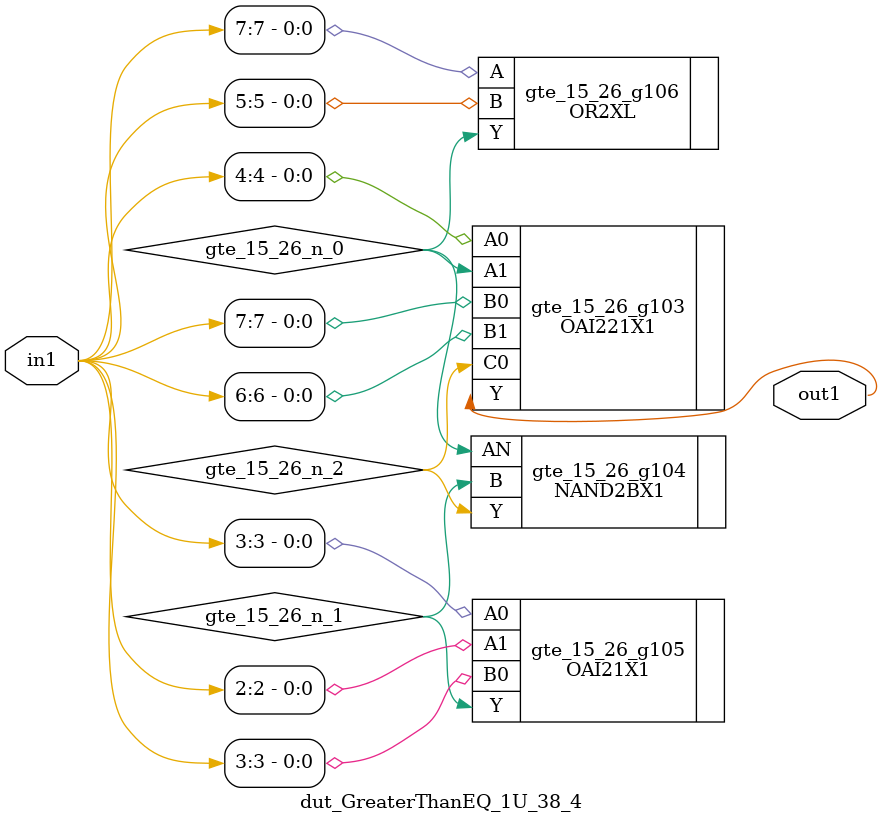
<source format=v>
`timescale 1ps / 1ps


module dut_GreaterThanEQ_1U_38_4(in1, out1);
  input [7:0] in1;
  output out1;
  wire [7:0] in1;
  wire out1;
  wire gte_15_26_n_0, gte_15_26_n_1, gte_15_26_n_2;
  OAI221X1 gte_15_26_g103(.A0 (in1[4]), .A1 (gte_15_26_n_0), .B0
       (in1[7]), .B1 (in1[6]), .C0 (gte_15_26_n_2), .Y (out1));
  NAND2BX1 gte_15_26_g104(.AN (gte_15_26_n_0), .B (gte_15_26_n_1), .Y
       (gte_15_26_n_2));
  OAI21X1 gte_15_26_g105(.A0 (in1[3]), .A1 (in1[2]), .B0 (in1[3]), .Y
       (gte_15_26_n_1));
  OR2XL gte_15_26_g106(.A (in1[7]), .B (in1[5]), .Y (gte_15_26_n_0));
endmodule



</source>
